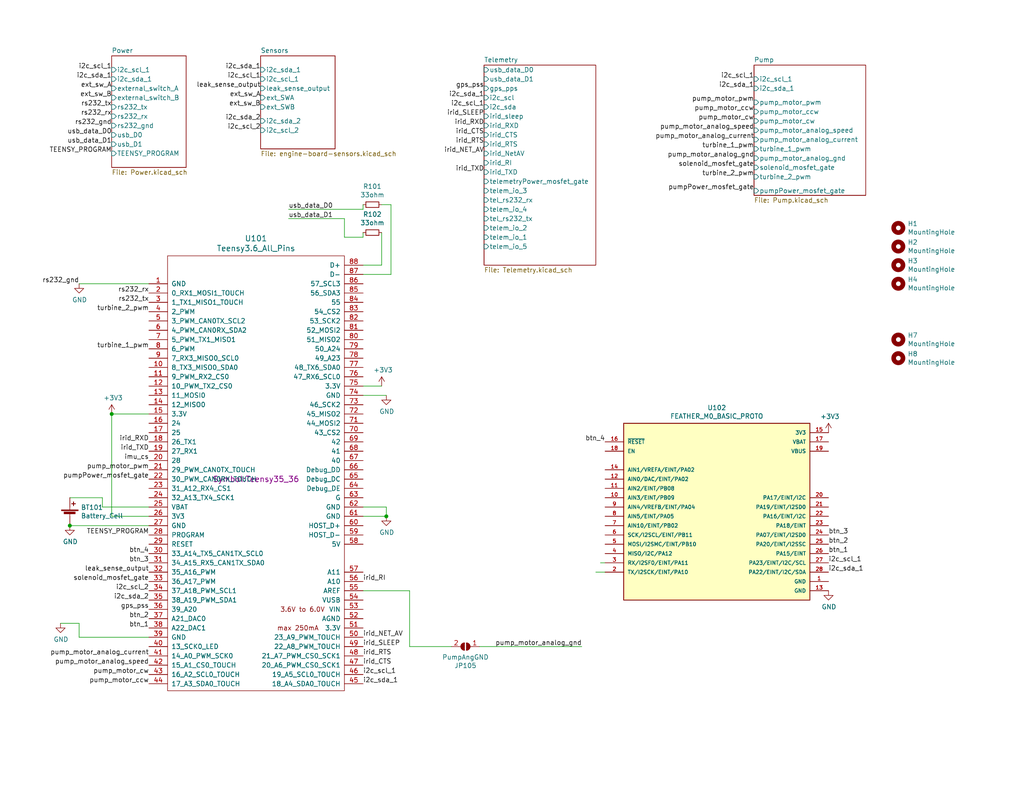
<source format=kicad_sch>
(kicad_sch (version 20211123) (generator eeschema)
  (paper "USLetter")
  (title_block (title "SeaFlight Open Source Glider ") (date "2021-11-10") (rev "1.0") (company "Woods Hole Oceanographic Institute"))
  (lib_symbols
    (symbol "Device:Battery_Cell" (pin_numbers hide) (pin_names (offset 0) hide)
      (property "Reference" "BT" (at 2.54 2.54 0))
      (property "Value" "Battery_Cell" (at 2.54 0 0))
      (symbol "Battery_Cell_0_1"
        (rectangle (start -2.286 1.778) (end 2.286 1.524) (fill (type outline)))
        (rectangle (start -1.5748 1.1938) (end 1.4732 0.6858) (fill (type outline)))
        (polyline (pts (xy 0 0.762) (xy 0 0)))
        (polyline (pts (xy 0 1.778) (xy 0 2.54)))
        (polyline (pts (xy 0.508 3.429) (xy 1.524 3.429)) (stroke (width 0.254)))
        (polyline (pts (xy 1.016 3.937) (xy 1.016 2.921)) (stroke (width 0.254)))
      )
      (symbol "Battery_Cell_1_1"
        (pin passive line (at 0 5.08 270) (length 2.54) (name "+") (number "1"))
        (pin passive line (at 0 -2.54 90) (length 2.54) (name "-") (number "2"))
      )
    )
    (symbol "Device:R_Small" (pin_numbers hide) (pin_names (offset 0.254) hide)
      (property "Reference" "R" (at 0.762 0.508 0))
      (property "Value" "R_Small" (at 0.762 -1.016 0))
      (symbol "R_Small_0_1"
        (rectangle (start -0.762 1.778) (end 0.762 -1.778) (stroke (width 0.2032)))
      )
      (symbol "R_Small_1_1"
        (pin passive line (at 0 2.54 270) (length 0.762) (name "~") (number "1"))
        (pin passive line (at 0 -2.54 90) (length 0.762) (name "~") (number "2"))
      )
    )
    (symbol "Jumper:SolderJumper_2_Open" (pin_names (offset 0) hide)
      (property "Reference" "JP" (at 0 2.032 0))
      (property "Value" "SolderJumper_2_Open" (at 0 -2.54 0))
      (symbol "SolderJumper_2_Open_0_1"
        (arc (start -0.254 1.016) (mid -1.27 0) (end -0.254 -1.016))
        (arc (start -0.254 1.016) (mid -1.27 0) (end -0.254 -1.016) (fill (type outline)))
        (polyline (pts (xy -0.254 1.016) (xy -0.254 -1.016)))
        (polyline (pts (xy 0.254 1.016) (xy 0.254 -1.016)))
        (arc (start 0.254 -1.016) (mid 1.27 0) (end 0.254 1.016))
        (arc (start 0.254 -1.016) (mid 1.27 0) (end 0.254 1.016) (fill (type outline)))
      )
      (symbol "SolderJumper_2_Open_1_1"
        (pin passive line (at -3.81 0 0) (length 2.54) (name "A") (number "1"))
        (pin passive line (at 3.81 0 180) (length 2.54) (name "B") (number "2"))
      )
    )
    (symbol "Mechanical:MountingHole" (pin_names (offset 1.016))
      (property "Reference" "H" (at 0 5.08 0))
      (property "Value" "MountingHole" (at 0 3.175 0))
      (symbol "MountingHole_0_1"
        (circle (center 0 0) (radius 1.27) (stroke (width 1.27)))
      )
    )
    (symbol "engine-board-rescue:FEATHER_M0_BASIC_PROTO-FEATHER_M0_BASIC_PROTO-engine-board-rescue-engine-board-rescue" (pin_names (offset 1.016))
      (property "Reference" "U" (at -25.4 26.162 0))
      (property "Value" "FEATHER_M0_BASIC_PROTO-FEATHER_M0_BASIC_PROTO-engine-board-rescue-engine-board-rescue" (at -25.4 -25.4 0))
      (symbol "FEATHER_M0_BASIC_PROTO-FEATHER_M0_BASIC_PROTO-engine-board-rescue-engine-board-rescue_0_0"
        (rectangle (start -25.4 -22.86) (end 25.4 25.4) (stroke (width 0.254)) (fill (type background)))
        (pin power_in line (at 30.48 -17.78 180) (length 5.08) (name "GND") (number "1"))
        (pin bidirectional line (at -30.48 5.08 0) (length 5.08) (name "AIN3/EINT/PB09") (number "10"))
        (pin bidirectional line (at -30.48 7.62 0) (length 5.08) (name "AIN2/EINT/PB08") (number "11"))
        (pin bidirectional line (at -30.48 10.16 0) (length 5.08) (name "AIN0/DAC/EINT/PA02") (number "12"))
        (pin power_in line (at 30.48 -20.32 180) (length 5.08) (name "GND") (number "13"))
        (pin bidirectional line (at -30.48 12.7 0) (length 5.08) (name "AIN1/VREFA/EINT/PA02") (number "14"))
        (pin power_in line (at 30.48 22.86 180) (length 5.08) (name "3V3") (number "15"))
        (pin input line (at -30.48 20.32 0) (length 5.08) (name "~{RESET}") (number "16"))
        (pin power_in line (at 30.48 20.32 180) (length 5.08) (name "VBAT") (number "17"))
        (pin input line (at -30.48 17.78 0) (length 5.08) (name "EN") (number "18"))
        (pin power_in line (at 30.48 17.78 180) (length 5.08) (name "VBUS") (number "19"))
        (pin bidirectional line (at -30.48 -15.24 0) (length 5.08) (name "TX/I2SCK/EINT/PA10") (number "2"))
        (pin bidirectional line (at 30.48 5.08 180) (length 5.08) (name "PA17/EINT/I2C") (number "20"))
        (pin bidirectional line (at 30.48 2.54 180) (length 5.08) (name "PA19/EINT/I2SD0") (number "21"))
        (pin bidirectional line (at 30.48 0 180) (length 5.08) (name "PA16/EINT/I2C") (number "22"))
        (pin bidirectional line (at 30.48 -2.54 180) (length 5.08) (name "PA18/EINT") (number "23"))
        (pin bidirectional line (at 30.48 -5.08 180) (length 5.08) (name "PA07/EINT/I2SD0") (number "24"))
        (pin bidirectional line (at 30.48 -7.62 180) (length 5.08) (name "PA20/EINT/I2SSC") (number "25"))
        (pin bidirectional line (at 30.48 -10.16 180) (length 5.08) (name "PA15/EINT") (number "26"))
        (pin bidirectional line (at 30.48 -12.7 180) (length 5.08) (name "PA23/EINT/I2C/SCL") (number "27"))
        (pin bidirectional line (at 30.48 -15.24 180) (length 5.08) (name "PA22/EINT/I2C/SDA") (number "28"))
        (pin bidirectional line (at -30.48 -12.7 0) (length 5.08) (name "RX/I2SF0/EINT/PA11") (number "3"))
        (pin bidirectional line (at -30.48 -10.16 0) (length 5.08) (name "MISO/I2C/PA12") (number "4"))
        (pin bidirectional line (at -30.48 -7.62 0) (length 5.08) (name "MOSI/I2SMC/EINT/PB10") (number "5"))
        (pin bidirectional line (at -30.48 -5.08 0) (length 5.08) (name "SCK/I2SCL/EINT/PB11") (number "6"))
        (pin bidirectional line (at -30.48 -2.54 0) (length 5.08) (name "AIN10/EINT/PB02") (number "7"))
        (pin bidirectional line (at -30.48 0 0) (length 5.08) (name "AIN5/EINT/PA05") (number "8"))
        (pin bidirectional line (at -30.48 2.54 0) (length 5.08) (name "AIN4/VREFB/EINT/PA04") (number "9"))
      )
    )
    (symbol "engine-board-rescue:Teensy3.6_All_Pins-teensy" (pin_names (offset 1.016))
      (property "Reference" "U" (at 0 64.135 0))
      (property "Value" "Teensy3.6_All_Pins-teensy" (at 0 -59.69 0))
      (symbol "Teensy3.6_All_Pins-teensy_0_0"
        (rectangle (start -24.13 62.23) (end 24.13 -56.515))
        (text "3.6V to 6.0V" (at 12.7 -34.29 0) (effects (font (size 1.27 1.27))))
        (text "max 250mA" (at 11.43 -39.37 0) (effects (font (size 1.27 1.27))))
      )
      (symbol "Teensy3.6_All_Pins-teensy_1_1"
        (pin power_in line (at -29.21 54.61 0) (length 5.08) (name "GND") (number "1"))
        (pin bidirectional line (at -29.21 31.75 0) (length 5.08) (name "8_TX3_MISO0_SDA0") (number "10"))
        (pin bidirectional line (at -29.21 29.21 0) (length 5.08) (name "9_PWM_RX2_CS0") (number "11"))
        (pin bidirectional line (at -29.21 26.67 0) (length 5.08) (name "10_PWM_TX2_CS0") (number "12"))
        (pin bidirectional line (at -29.21 24.13 0) (length 5.08) (name "11_MOSI0") (number "13"))
        (pin bidirectional line (at -29.21 21.59 0) (length 5.08) (name "12_MISO0") (number "14"))
        (pin power_in line (at -29.21 19.05 0) (length 5.08) (name "3.3V") (number "15"))
        (pin bidirectional line (at -29.21 16.51 0) (length 5.08) (name "24") (number "16"))
        (pin bidirectional line (at -29.21 13.97 0) (length 5.08) (name "25") (number "17"))
        (pin bidirectional line (at -29.21 11.43 0) (length 5.08) (name "26_TX1") (number "18"))
        (pin bidirectional line (at -29.21 8.89 0) (length 5.08) (name "27_RX1") (number "19"))
        (pin bidirectional line (at -29.21 52.07 0) (length 5.08) (name "0_RX1_MOSI1_TOUCH") (number "2"))
        (pin bidirectional line (at -29.21 6.35 0) (length 5.08) (name "28") (number "20"))
        (pin bidirectional line (at -29.21 3.81 0) (length 5.08) (name "29_PWM_CAN0TX_TOUCH") (number "21"))
        (pin bidirectional line (at -29.21 1.27 0) (length 5.08) (name "30_PWM_CAN0RX_TOUCH") (number "22"))
        (pin bidirectional line (at -29.21 -1.27 0) (length 5.08) (name "31_A12_RX4_CS1") (number "23"))
        (pin bidirectional line (at -29.21 -3.81 0) (length 5.08) (name "32_A13_TX4_SCK1") (number "24"))
        (pin power_in line (at -29.21 -6.35 0) (length 5.08) (name "VBAT") (number "25"))
        (pin power_in line (at -29.21 -8.89 0) (length 5.08) (name "3V3") (number "26"))
        (pin power_in line (at -29.21 -11.43 0) (length 5.08) (name "GND") (number "27"))
        (pin input line (at -29.21 -13.97 0) (length 5.08) (name "PROGRAM") (number "28"))
        (pin input line (at -29.21 -16.51 0) (length 5.08) (name "RESET") (number "29"))
        (pin bidirectional line (at -29.21 49.53 0) (length 5.08) (name "1_TX1_MISO1_TOUCH") (number "3"))
        (pin bidirectional line (at -29.21 -19.05 0) (length 5.08) (name "33_A14_TX5_CAN1TX_SCL0") (number "30"))
        (pin bidirectional line (at -29.21 -21.59 0) (length 5.08) (name "34_A15_RX5_CAN1TX_SDA0") (number "31"))
        (pin bidirectional line (at -29.21 -24.13 0) (length 5.08) (name "35_A16_PWM") (number "32"))
        (pin bidirectional line (at -29.21 -26.67 0) (length 5.08) (name "36_A17_PWM") (number "33"))
        (pin bidirectional line (at -29.21 -29.21 0) (length 5.08) (name "37_A18_PWM_SCL1") (number "34"))
        (pin bidirectional line (at -29.21 -31.75 0) (length 5.08) (name "38_A19_PWM_SDA1") (number "35"))
        (pin bidirectional line (at -29.21 -34.29 0) (length 5.08) (name "39_A20") (number "36"))
        (pin bidirectional line (at -29.21 -36.83 0) (length 5.08) (name "A21_DAC0") (number "37"))
        (pin bidirectional line (at -29.21 -39.37 0) (length 5.08) (name "A22_DAC1") (number "38"))
        (pin power_in line (at -29.21 -41.91 0) (length 5.08) (name "GND") (number "39"))
        (pin bidirectional line (at -29.21 46.99 0) (length 5.08) (name "2_PWM") (number "4"))
        (pin bidirectional line (at -29.21 -44.45 0) (length 5.08) (name "13_SCK0_LED") (number "40"))
        (pin bidirectional line (at -29.21 -46.99 0) (length 5.08) (name "14_A0_PWM_SCK0") (number "41"))
        (pin bidirectional line (at -29.21 -49.53 0) (length 5.08) (name "15_A1_CS0_TOUCH") (number "42"))
        (pin bidirectional line (at -29.21 -52.07 0) (length 5.08) (name "16_A2_SCL0_TOUCH") (number "43"))
        (pin bidirectional line (at -29.21 -54.61 0) (length 5.08) (name "17_A3_SDA0_TOUCH") (number "44"))
        (pin bidirectional line (at 29.21 -54.61 180) (length 5.08) (name "18_A4_SDA0_TOUCH") (number "45"))
        (pin bidirectional line (at 29.21 -52.07 180) (length 5.08) (name "19_A5_SCL0_TOUCH") (number "46"))
        (pin bidirectional line (at 29.21 -49.53 180) (length 5.08) (name "20_A6_PWM_CS0_SCK1") (number "47"))
        (pin bidirectional line (at 29.21 -46.99 180) (length 5.08) (name "21_A7_PWM_CS0_SCK1") (number "48"))
        (pin bidirectional line (at 29.21 -44.45 180) (length 5.08) (name "22_A8_PWM_TOUCH") (number "49"))
        (pin bidirectional line (at -29.21 44.45 0) (length 5.08) (name "3_PWM_CAN0TX_SCL2") (number "5"))
        (pin bidirectional line (at 29.21 -41.91 180) (length 5.08) (name "23_A9_PWM_TOUCH") (number "50"))
        (pin power_out line (at 29.21 -39.37 180) (length 5.08) (name "3.3V") (number "51"))
        (pin power_out line (at 29.21 -36.83 180) (length 5.08) (name "AGND") (number "52"))
        (pin power_in line (at 29.21 -34.29 180) (length 5.08) (name "VIN") (number "53"))
        (pin power_in line (at 29.21 -31.75 180) (length 5.08) (name "VUSB") (number "54"))
        (pin input line (at 29.21 -29.21 180) (length 5.08) (name "AREF") (number "55"))
        (pin bidirectional line (at 29.21 -26.67 180) (length 5.08) (name "A10") (number "56"))
        (pin bidirectional line (at 29.21 -24.13 180) (length 5.08) (name "A11") (number "57"))
        (pin power_in line (at 29.21 -16.51 180) (length 5.08) (name "5V") (number "58"))
        (pin bidirectional line (at 29.21 -13.97 180) (length 5.08) (name "HOST_D-") (number "59"))
        (pin bidirectional line (at -29.21 41.91 0) (length 5.08) (name "4_PWM_CAN0RX_SDA2") (number "6"))
        (pin bidirectional line (at 29.21 -11.43 180) (length 5.08) (name "HOST_D+") (number "60"))
        (pin power_in line (at 29.21 -8.89 180) (length 5.08) (name "GND") (number "61"))
        (pin power_in line (at 29.21 -6.35 180) (length 5.08) (name "GND") (number "62"))
        (pin power_in line (at 29.21 -3.81 180) (length 5.08) (name "G") (number "63"))
        (pin input line (at 29.21 -1.27 180) (length 5.08) (name "Debug_DE") (number "64"))
        (pin input line (at 29.21 1.27 180) (length 5.08) (name "Debug_DC") (number "65"))
        (pin input line (at 29.21 3.81 180) (length 5.08) (name "Debug_DD") (number "66"))
        (pin bidirectional line (at 29.21 6.35 180) (length 5.08) (name "40") (number "67"))
        (pin bidirectional line (at 29.21 8.89 180) (length 5.08) (name "41") (number "68"))
        (pin bidirectional line (at 29.21 11.43 180) (length 5.08) (name "42") (number "69"))
        (pin bidirectional line (at -29.21 39.37 0) (length 5.08) (name "5_PWM_TX1_MISO1") (number "7"))
        (pin bidirectional line (at 29.21 13.97 180) (length 5.08) (name "43_CS2") (number "70"))
        (pin bidirectional line (at 29.21 16.51 180) (length 5.08) (name "44_MOSI2") (number "71"))
        (pin bidirectional line (at 29.21 19.05 180) (length 5.08) (name "45_MISO2") (number "72"))
        (pin bidirectional line (at 29.21 21.59 180) (length 5.08) (name "46_SCK2") (number "73"))
        (pin power_in line (at 29.21 24.13 180) (length 5.08) (name "GND") (number "74"))
        (pin power_in line (at 29.21 26.67 180) (length 5.08) (name "3.3V") (number "75"))
        (pin bidirectional line (at 29.21 29.21 180) (length 5.08) (name "47_RX6_SCL0") (number "76"))
        (pin bidirectional line (at 29.21 31.75 180) (length 5.08) (name "48_TX6_SDA0") (number "77"))
        (pin bidirectional line (at 29.21 34.29 180) (length 5.08) (name "49_A23") (number "78"))
        (pin bidirectional line (at 29.21 36.83 180) (length 5.08) (name "50_A24") (number "79"))
        (pin bidirectional line (at -29.21 36.83 0) (length 5.08) (name "6_PWM") (number "8"))
        (pin bidirectional line (at 29.21 39.37 180) (length 5.08) (name "51_MISO2") (number "80"))
        (pin bidirectional line (at 29.21 41.91 180) (length 5.08) (name "52_MOSI2") (number "81"))
        (pin bidirectional line (at 29.21 44.45 180) (length 5.08) (name "53_SCK2") (number "82"))
        (pin bidirectional line (at 29.21 46.99 180) (length 5.08) (name "54_CS2") (number "83"))
        (pin bidirectional line (at 29.21 49.53 180) (length 5.08) (name "55") (number "84"))
        (pin bidirectional line (at 29.21 52.07 180) (length 5.08) (name "56_SDA3") (number "85"))
        (pin bidirectional line (at 29.21 54.61 180) (length 5.08) (name "57_SCL3") (number "86"))
        (pin input line (at 29.21 57.15 180) (length 5.08) (name "D-") (number "87"))
        (pin input line (at 29.21 59.69 180) (length 5.08) (name "D+") (number "88"))
        (pin bidirectional line (at -29.21 34.29 0) (length 5.08) (name "7_RX3_MISO0_SCL0") (number "9"))
      )
    )
    (symbol "power:+3V3" (power) (pin_names (offset 0))
      (property "Value" "+3V3" (at 0 3.556 0))
      (symbol "+3V3_0_1"
        (polyline (pts (xy -0.762 1.27) (xy 0 2.54)))
        (polyline (pts (xy 0 0) (xy 0 2.54)))
        (polyline (pts (xy 0 2.54) (xy 0.762 1.27)))
      )
      (symbol "+3V3_1_1"
        (pin power_in line (at 0 0 90) (length 0) hide (name "+3V3") (number "1"))
      )
    )
    (symbol "power:GND" (power) (pin_names (offset 0))
      (property "Value" "GND" (at 0 -3.81 0))
      (symbol "GND_0_1"
        (polyline (pts (xy 0 0) (xy 0 -1.27) (xy 1.27 -1.27) (xy 0 -2.54) (xy -1.27 -1.27) (xy 0 -1.27)))
      )
      (symbol "GND_1_1"
        (pin power_in line (at 0 0 270) (length 0) hide (name "GND") (number "1"))
      )
    )
  )
  (junction (at 30.48 113.03))
  (junction (at 105.41 140.97))
  (junction (at 19.05 143.51))
  (wire (pts (xy 111.76 176.53) (xy 111.76 161.29)))
  (wire (pts (xy 111.76 161.29) (xy 99.06 161.29)))
  (wire (pts (xy 30.48 113.03) (xy 40.64 113.03)))
  (wire (pts (xy 30.48 140.97) (xy 40.64 140.97)))
  (wire (pts (xy 104.14 55.88) (xy 106.68 55.88)))
  (wire (pts (xy 105.41 140.97) (xy 99.06 140.97)))
  (wire (pts (xy 16.51 170.18) (xy 21.59 170.18)))
  (wire (pts (xy 40.64 77.47) (xy 21.59 77.47)))
  (wire (pts (xy 99.06 57.15) (xy 99.06 55.88)))
  (wire (pts (xy 93.98 59.69) (xy 93.98 64.77)))
  (wire (pts (xy 106.68 55.88) (xy 106.68 74.93)))
  (wire (pts (xy 93.98 64.77) (xy 99.06 64.77)))
  (wire (pts (xy 78.74 57.15) (xy 99.06 57.15)))
  (wire (pts (xy 40.64 138.43) (xy 27.94 138.43)))
  (wire (pts (xy 30.48 113.03) (xy 30.48 140.97)))
  (wire (pts (xy 158.75 176.53) (xy 130.81 176.53)))
  (wire (pts (xy 27.94 135.89) (xy 19.05 135.89)))
  (wire (pts (xy 21.59 173.99) (xy 40.64 173.99)))
  (wire (pts (xy 21.59 170.18) (xy 21.59 173.99)))
  (wire (pts (xy 105.41 107.95) (xy 99.06 107.95)))
  (wire (pts (xy 78.74 59.69) (xy 93.98 59.69)))
  (wire (pts (xy 163.83 153.67) (xy 165.1 153.67)))
  (wire (pts (xy 104.14 105.41) (xy 99.06 105.41)))
  (wire (pts (xy 105.41 138.43) (xy 105.41 140.97)))
  (wire (pts (xy 123.19 176.53) (xy 111.76 176.53)))
  (wire (pts (xy 19.05 143.51) (xy 40.64 143.51)))
  (wire (pts (xy 104.14 72.39) (xy 99.06 72.39)))
  (wire (pts (xy 99.06 64.77) (xy 99.06 63.5)))
  (wire (pts (xy 106.68 74.93) (xy 99.06 74.93)))
  (wire (pts (xy 104.14 63.5) (xy 104.14 72.39)))
  (wire (pts (xy 162.56 156.21) (xy 165.1 156.21)))
  (wire (pts (xy 99.06 138.43) (xy 105.41 138.43)))
  (wire (pts (xy 27.94 138.43) (xy 27.94 135.89)))
  (label "solenoid_mosfet_gate" (at 205.74 45.72 180))
  (label "irid_RTS" (at 132.08 39.37 180))
  (label "turbine_1_pwm" (at 40.64 95.25 180))
  (label "irid_SLEEP" (at 99.06 176.53 0))
  (label "ext_sw_A" (at 30.48 24.13 180))
  (label "pump_motor_cw" (at 205.74 33.02 180))
  (label "gps_pss" (at 132.08 24.13 180))
  (label "irid_TXD" (at 40.64 123.19 180))
  (label "pump_motor_cw" (at 40.64 184.15 180))
  (label "pumpPower_mosfet_gate" (at 40.64 130.81 180))
  (label "pump_motor_analog_gnd" (at 205.74 43.18 180))
  (label "irid_NET_AV" (at 99.06 173.99 0))
  (label "pump_motor_ccw" (at 205.74 30.48 180))
  (label "i2c_sda_2" (at 40.64 163.83 180))
  (label "i2c_sda_1" (at 30.48 21.59 180))
  (label "btn_3" (at 40.64 153.67 180))
  (label "imu_cs" (at 40.64 125.73 180))
  (label "irid_RXD" (at 132.08 34.29 180))
  (label "leak_sense_output" (at 40.64 156.21 180))
  (label "irid_CTS" (at 99.06 181.61 0))
  (label "turbine_2_pwm" (at 40.64 85.09 180))
  (label "usb_data_D1" (at 78.74 59.69 0))
  (label "irid_CTS" (at 132.08 36.83 180))
  (label "i2c_sda_1" (at 226.06 156.21 0))
  (label "i2c_sda_2" (at 71.12 33.02 180))
  (label "irid_TXD" (at 132.08 46.99 180))
  (label "irid_NET_AV" (at 132.08 41.91 180))
  (label "i2c_sda_1" (at 71.12 19.05 180))
  (label "i2c_sda_1" (at 132.08 26.67 180))
  (label "TEENSY_PROGRAM" (at 30.48 41.8806 180))
  (label "pump_motor_analog_speed" (at 40.64 181.61 180))
  (label "pump_motor_analog_gnd" (at 158.75 176.53 180))
  (label "irid_RI" (at 99.06 158.75 0))
  (label "pumpPower_mosfet_gate" (at 205.74 52.07 180))
  (label "rs232_rx" (at 30.48 31.75 180))
  (label "usb_data_D0" (at 30.48 36.83 180))
  (label "irid_SLEEP" (at 132.08 31.75 180))
  (label "btn_3" (at 226.06 146.05 0))
  (label "pump_motor_ccw" (at 40.64 186.69 180))
  (label "ext_sw_A" (at 71.12 26.67 180))
  (label "gps_pss" (at 40.64 166.37 180))
  (label "pump_motor_analog_current" (at 205.74 38.1 180))
  (label "irid_RXD" (at 40.64 120.65 180))
  (label "usb_data_D1" (at 30.48 39.37 180))
  (label "btn_4" (at 165.1 120.65 180))
  (label "i2c_scl_1" (at 226.06 153.67 0))
  (label "i2c_scl_2" (at 71.12 35.56 180))
  (label "i2c_scl_1" (at 99.06 184.15 0))
  (label "i2c_scl_2" (at 40.64 161.29 180))
  (label "btn_2" (at 40.64 168.91 180))
  (label "i2c_scl_1" (at 205.74 21.59 180))
  (label "btn_4" (at 40.64 151.13 180))
  (label "i2c_sda_1" (at 205.74 24.13 180))
  (label "btn_2" (at 226.06 148.59 0))
  (label "rs232_tx" (at 40.64 82.55 180))
  (label "pump_motor_pwm" (at 40.64 128.27 180))
  (label "ext_sw_B" (at 71.12 29.21 180))
  (label "i2c_scl_1" (at 132.08 29.21 180))
  (label "pump_motor_pwm" (at 205.74 27.94 180))
  (label "btn_1" (at 40.64 171.45 180))
  (label "solenoid_mosfet_gate" (at 40.64 158.75 180))
  (label "i2c_sda_1" (at 99.06 186.69 0))
  (label "ext_sw_B" (at 30.48 26.67 180))
  (label "pump_motor_analog_current" (at 40.64 179.07 180))
  (label "turbine_1_pwm" (at 205.74 40.64 180))
  (label "rs232_tx" (at 30.48 29.21 180))
  (label "i2c_scl_1" (at 30.48 19.05 180))
  (label "rs232_rx" (at 40.64 80.01 180))
  (label "TEENSY_PROGRAM" (at 40.64 146.05 180))
  (label "btn_1" (at 226.06 151.13 0))
  (label "irid_RTS" (at 99.06 179.07 0))
  (label "usb_data_D0" (at 78.74 57.15 0))
  (label "leak_sense_output" (at 71.12 24.13 180))
  (label "pump_motor_analog_speed" (at 205.74 35.56 180))
  (label "i2c_scl_1" (at 71.12 21.59 180))
  (label "rs232_gnd" (at 21.59 77.47 180))
  (label "turbine_2_pwm" (at 205.74 48.26 180))
  (label "rs232_gnd" (at 30.48 34.29 180))
  (symbol (lib_id "power:GND") (at 226.06 161.29 0) (unit 1)
    (property "Reference" "#PWR0109" (effects hide))
    (property "Value" "GND" (at 226.187 165.6842 0))
  )
  (symbol (lib_id "engine-board-rescue:FEATHER_M0_BASIC_PROTO-FEATHER_M0_BASIC_PROTO-engine-board-rescue-engine-board-rescue") (at 195.58 140.97 0) (unit 1)
    (property "Reference" "U102" (at 195.58 111.3282 0))
    (property "Value" "FEATHER_M0_BASIC_PROTO" (at 195.58 113.6396 0))
    (property "Footprint" "Module:ADAFRUIT_FEATHER" (effects hide))
    (property "STANDARD" "Manufacturer Recommendation" (effects hide))
    (property "Link" "https://www.digikey.com/en/products/detail/adafruit-industries-llc/2886/5823440" (effects hide))
    (property "Link2" "https://www.adafruit.com/product/4650" (effects hide))
    (property "Price2" "14.95" (effects hide))
    (property "MPN" "2886" (effects hide))
    (property "MPN2" "4650" (effects hide))
    (property "Manufacturer" "Adafruit" (effects hide))
    (property "Price" "0.95" (effects hide))
  )
  (symbol (lib_id "Device:R_Small") (at 101.6 63.5 90) (unit 1)
    (property "Reference" "R102" (at 101.6 58.5216 90))
    (property "Value" "33ohm" (at 101.6 60.833 90))
    (property "Footprint" "Resistor_THT:R_Axial_DIN0204_L3.6mm_D1.6mm_P5.08mm_Vertical" (effects hide))
  )
  (symbol (lib_id "Device:R_Small") (at 101.6 55.88 90) (unit 1)
    (property "Reference" "R101" (at 101.6 50.9016 90))
    (property "Value" "33ohm" (at 101.6 53.213 90))
    (property "Footprint" "Resistor_THT:R_Axial_DIN0204_L3.6mm_D1.6mm_P5.08mm_Vertical" (effects hide))
  )
  (symbol (lib_id "engine-board-rescue:Teensy3.6_All_Pins-teensy") (at 69.85 132.08 0) (unit 1)
    (property "Reference" "U101" (at 69.85 65.1002 0) (effects (font (size 1.524 1.524))))
    (property "Value" "Teensy3.6_All_Pins" (at 69.85 67.7926 0) (effects (font (size 1.524 1.524))))
    (property "Footprint" "Symbol:Teensy35_36" (at 69.85 130.81 0) (effects (font (size 1.524 1.524))))
    (property "MPN" "3883" (effects hide))
    (property "Price" "1.25" (effects hide))
    (property "Link" "https://www.digikey.com/en/products/detail/adafruit-industries-llc/3883/11201426?s=N4IgTCBcDaIC4FMEDsDOBPEBdAvkA" (effects hide))
    (property "Link2" "https://www.digikey.com/en/products/detail/DEV-14058/1568-1465-ND/6569369?itemSeq=383715082" (effects hide))
    (property "Price2" "36.88" (effects hide))
    (property "MPN2" "DEV-14058" (effects hide))
    (property "Manufacturer" "Adafruit" (effects hide))
  )
  (symbol (lib_id "power:+3V3") (at 30.48 113.03 0) (unit 1)
    (property "Reference" "#PWR0104" (effects hide))
    (property "Value" "+3V3" (at 30.861 108.6358 0))
  )
  (symbol (lib_id "power:GND") (at 19.05 143.51 0) (unit 1)
    (property "Reference" "#PWR0102" (effects hide))
    (property "Value" "GND" (at 19.177 147.9042 0))
  )
  (symbol (lib_id "Device:Battery_Cell") (at 19.05 140.97 0) (unit 1)
    (property "Reference" "BT101" (at 22.0472 138.5316 0) (effects (justify left)))
    (property "Value" "Battery_Cell" (at 22.0472 140.843 0) (effects (justify left)))
    (property "Footprint" "Battery:BatteryHolder_Keystone_1060_1x2032" (effects hide))
    (property "Link" "https://www.digikey.com/en/products/detail/keystone-electronics/1060/303556" (effects hide))
    (property "MPN" "1060" (effects hide))
    (property "Price" "1.63" (effects hide))
    (property "MANUFACTURER" "Keystone" (effects hide))
  )
  (symbol (lib_id "power:GND") (at 16.51 170.18 0) (unit 1)
    (property "Reference" "#PWR0101" (effects hide))
    (property "Value" "GND" (at 16.637 174.5742 0))
  )
  (symbol (lib_id "power:GND") (at 105.41 140.97 0) (unit 1)
    (property "Reference" "#PWR0107" (effects hide))
    (property "Value" "GND" (at 105.537 145.3642 0))
  )
  (symbol (lib_id "power:GND") (at 105.41 107.95 0) (unit 1)
    (property "Reference" "#PWR0106" (effects hide))
    (property "Value" "GND" (at 105.537 112.3442 0))
  )
  (symbol (lib_id "power:+3V3") (at 104.14 105.41 0) (unit 1)
    (property "Reference" "#PWR0105" (effects hide))
    (property "Value" "+3V3" (at 104.521 101.0158 0))
  )
  (symbol (lib_id "power:GND") (at 21.59 77.47 0) (unit 1)
    (property "Reference" "#PWR0103" (effects hide))
    (property "Value" "GND" (at 21.717 81.8642 0))
  )
  (symbol (lib_id "Jumper:SolderJumper_2_Open") (at 127 176.53 180) (unit 1)
    (property "Reference" "JP105" (at 127 181.737 0))
    (property "Value" "PumpAngGND" (at 127 179.4256 0))
    (property "Footprint" "Jumper:SolderJumper-2_P1.3mm_Open_Pad1.0x1.5mm" (effects hide))
  )
  (symbol (lib_id "Mechanical:MountingHole") (at 245.11 62.23 0) (unit 1)
    (property "Reference" "H1" (at 247.65 61.0616 0) (effects (justify left)))
    (property "Value" "MountingHole" (at 247.65 63.373 0) (effects (justify left)))
    (property "Footprint" "MountingHole:MountingHole_5.3mm_M5_Pad" (effects hide))
  )
  (symbol (lib_id "Mechanical:MountingHole") (at 245.11 67.31 0) (unit 1)
    (property "Reference" "H2" (at 247.65 66.1416 0) (effects (justify left)))
    (property "Value" "MountingHole" (at 247.65 68.453 0) (effects (justify left)))
    (property "Footprint" "MountingHole:MountingHole_5.3mm_M5_Pad" (effects hide))
  )
  (symbol (lib_id "Mechanical:MountingHole") (at 245.11 72.39 0) (unit 1)
    (property "Reference" "H3" (at 247.65 71.2216 0) (effects (justify left)))
    (property "Value" "MountingHole" (at 247.65 73.533 0) (effects (justify left)))
    (property "Footprint" "MountingHole:MountingHole_5.3mm_M5_Pad" (effects hide))
  )
  (symbol (lib_id "Mechanical:MountingHole") (at 245.11 77.47 0) (unit 1)
    (property "Reference" "H4" (at 247.65 76.3016 0) (effects (justify left)))
    (property "Value" "MountingHole" (at 247.65 78.613 0) (effects (justify left)))
    (property "Footprint" "MountingHole:MountingHole_5.3mm_M5_Pad" (effects hide))
  )
  (symbol (lib_id "Mechanical:MountingHole") (at 245.11 92.71 0) (unit 1)
    (property "Reference" "H7" (at 247.65 91.5416 0) (effects (justify left)))
    (property "Value" "MountingHole" (at 247.65 93.853 0) (effects (justify left)))
    (property "Footprint" "MountingHole:MountingHole_5.3mm_M5_Pad" (effects hide))
  )
  (symbol (lib_id "Mechanical:MountingHole") (at 245.11 97.79 0) (unit 1)
    (property "Reference" "H8" (at 247.65 96.6216 0) (effects (justify left)))
    (property "Value" "MountingHole" (at 247.65 98.933 0) (effects (justify left)))
    (property "Footprint" "MountingHole:MountingHole_5.3mm_M5_Pad" (effects hide))
  )
  (symbol (lib_id "power:+3V3") (at 226.06 118.11 0) (unit 1)
    (property "Reference" "#PWR0111" (effects hide))
    (property "Value" "+3V3" (at 226.441 113.7158 0))
  )
  (sheet (at 71.12 15.24) (size 20.32 25.4)
    (property "Sheet name" "Sensors" (at 71.12 14.5284 0) (effects (justify left bottom)))
    (property "Sheet file" "engine-board-sensors.kicad_sch" (at 71.12 41.2246 0) (effects (justify left top)))
    (pin "i2c_sda_1" input (at 71.12 19.05 180))
    (pin "i2c_scl_1" input (at 71.12 21.59 180))
    (pin "leak_sense_output" input (at 71.12 24.13 180))
    (pin "ext_SWA" input (at 71.12 26.67 180))
    (pin "ext_SWB" input (at 71.12 29.21 180))
    (pin "i2c_sda_2" input (at 71.12 33.02 180))
    (pin "i2c_scl_2" input (at 71.12 35.56 180))
  )
  (sheet (at 132.08 17.78) (size 30.48 54.61)
    (property "Sheet name" "Telemetry" (at 132.08 17.0684 0) (effects (justify left bottom)))
    (property "Sheet file" "Telemetry.kicad_sch" (at 132.08 72.9746 0) (effects (justify left top)))
    (pin "usb_data_D0" input (at 132.08 19.05 180))
    (pin "usb_data_D1" input (at 132.08 21.59 180))
    (pin "gps_pps" input (at 132.08 24.13 180))
    (pin "i2c_scl" input (at 132.08 26.67 180))
    (pin "i2c_sda" input (at 132.08 29.21 180))
    (pin "irid_sleep" input (at 132.08 31.75 180))
    (pin "irid_RXD" input (at 132.08 34.29 180))
    (pin "irid_CTS" input (at 132.08 36.83 180))
    (pin "irid_RTS" input (at 132.08 39.37 180))
    (pin "irid_NetAV" input (at 132.08 41.91 180))
    (pin "irid_RI" input (at 132.08 44.45 180))
    (pin "irid_TXD" input (at 132.08 46.99 180))
    (pin "telemetryPower_mosfet_gate" input (at 132.08 49.53 180))
    (pin "telem_io_3" input (at 132.08 52.07 180))
    (pin "tel_rs232_rx" input (at 132.08 54.61 180))
    (pin "telem_io_4" input (at 132.08 57.15 180))
    (pin "tel_rs232_tx" input (at 132.08 59.69 180))
    (pin "telem_io_2" input (at 132.08 62.23 180))
    (pin "telem_io_1" input (at 132.08 64.77 180))
    (pin "telem_io_5" input (at 132.08 67.31 180))
  )
  (sheet (at 205.74 17.78) (size 30.48 35.56)
    (property "Sheet name" "Pump" (at 205.74 17.0684 0) (effects (justify left bottom)))
    (property "Sheet file" "Pump.kicad_sch" (at 205.74 53.9246 0) (effects (justify left top)))
    (pin "i2c_scl_1" input (at 205.74 21.59 180))
    (pin "i2c_sda_1" input (at 205.74 24.13 180))
    (pin "pump_motor_pwm" input (at 205.74 27.94 180))
    (pin "pump_motor_ccw" input (at 205.74 30.48 180))
    (pin "pump_motor_cw" input (at 205.74 33.02 180))
    (pin "pump_motor_analog_speed" input (at 205.74 35.56 180))
    (pin "pump_motor_analog_current" input (at 205.74 38.1 180))
    (pin "turbine_1_pwm" input (at 205.74 40.64 180))
    (pin "pump_motor_analog_gnd" input (at 205.74 43.18 180))
    (pin "solenoid_mosfet_gate" input (at 205.74 45.72 180))
    (pin "turbine_2_pwm" input (at 205.74 48.26 180))
    (pin "pumpPower_mosfet_gate" input (at 205.74 52.07 180))
  )
  (sheet (at 30.48 15.24) (size 20.32 30.48)
    (property "Sheet name" "Power" (at 30.48 14.5284 0) (effects (justify left bottom)))
    (property "Sheet file" "Power.kicad_sch" (at 30.48 46.3046 0) (effects (justify left top)))
    (pin "i2c_scl_1" input (at 30.48 19.05 180))
    (pin "i2c_sda_1" input (at 30.48 21.59 180))
    (pin "external_switch_A" input (at 30.48 24.13 180))
    (pin "external_switch_B" input (at 30.48 26.67 180))
    (pin "rs232_tx" input (at 30.48 29.21 180))
    (pin "rs232_rx" input (at 30.48 31.75 180))
    (pin "rs232_gnd" input (at 30.48 34.29 180))
    (pin "usb_D0" input (at 30.48 36.83 180))
    (pin "usb_D1" input (at 30.48 39.37 180))
    (pin "TEENSY_PROGRAM" input (at 30.48 41.8806 180))
  )
)
</source>
